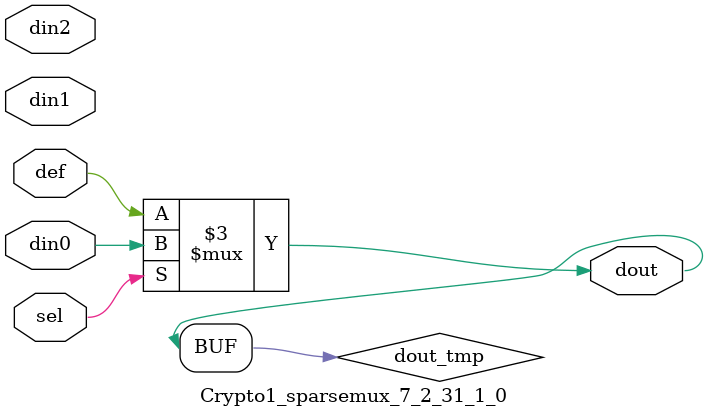
<source format=v>
`timescale 1ns / 1ps

module Crypto1_sparsemux_7_2_31_1_0 (din0,din1,din2,def,sel,dout);

parameter din0_WIDTH = 1;

parameter din1_WIDTH = 1;

parameter din2_WIDTH = 1;

parameter def_WIDTH = 1;
parameter sel_WIDTH = 1;
parameter dout_WIDTH = 1;

parameter [sel_WIDTH-1:0] CASE0 = 1;

parameter [sel_WIDTH-1:0] CASE1 = 1;

parameter [sel_WIDTH-1:0] CASE2 = 1;

parameter ID = 1;
parameter NUM_STAGE = 1;



input [din0_WIDTH-1:0] din0;

input [din1_WIDTH-1:0] din1;

input [din2_WIDTH-1:0] din2;

input [def_WIDTH-1:0] def;
input [sel_WIDTH-1:0] sel;

output [dout_WIDTH-1:0] dout;



reg [dout_WIDTH-1:0] dout_tmp;


always @ (*) begin
(* parallel_case *) case (sel)
    
    CASE0 : dout_tmp = din0;
    
    CASE1 : dout_tmp = din1;
    
    CASE2 : dout_tmp = din2;
    
    default : dout_tmp = def;
endcase
end


assign dout = dout_tmp;



endmodule

</source>
